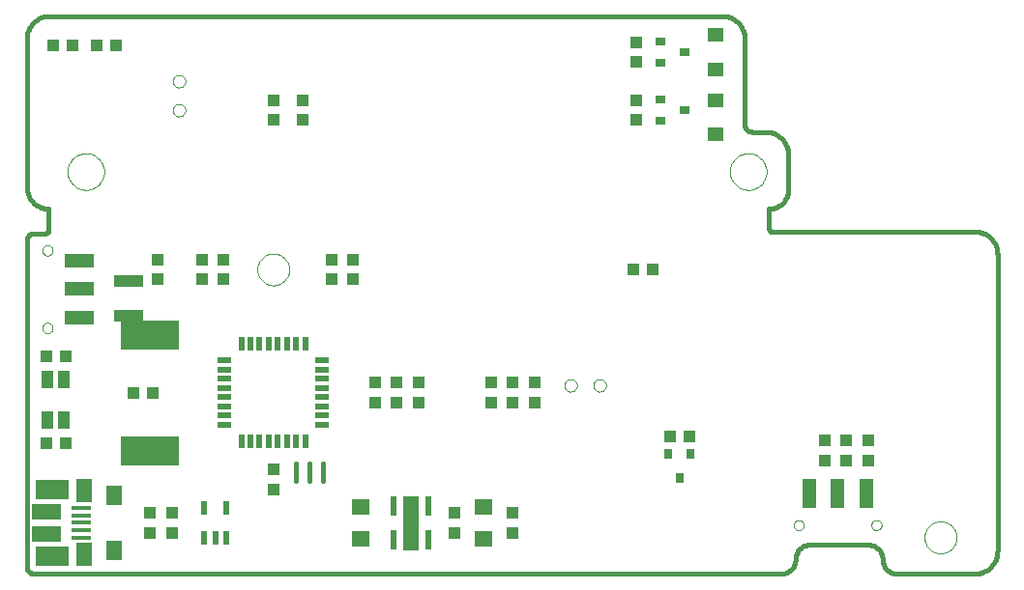
<source format=gtp>
G75*
%MOIN*%
%OFA0B0*%
%FSLAX24Y24*%
%IPPOS*%
%LPD*%
%AMOC8*
5,1,8,0,0,1.08239X$1,22.5*
%
%ADD10C,0.0160*%
%ADD11C,0.0000*%
%ADD12R,0.0217X0.0472*%
%ADD13R,0.0224X0.0650*%
%ADD14R,0.0550X0.1850*%
%ADD15R,0.0394X0.0433*%
%ADD16R,0.0394X0.0591*%
%ADD17R,0.0433X0.0394*%
%ADD18R,0.0984X0.0394*%
%ADD19R,0.0630X0.0551*%
%ADD20R,0.2000X0.1000*%
%ADD21R,0.0579X0.0697*%
%ADD22R,0.0354X0.0315*%
%ADD23R,0.0551X0.0472*%
%ADD24R,0.0315X0.0354*%
%ADD25R,0.0220X0.0500*%
%ADD26R,0.0500X0.0220*%
%ADD27C,0.0177*%
%ADD28R,0.0984X0.0472*%
%ADD29R,0.0472X0.0984*%
%ADD30R,0.0689X0.0157*%
%ADD31R,0.0984X0.0561*%
%ADD32R,0.1142X0.0709*%
%ADD33R,0.0551X0.0787*%
D10*
X007340Y002680D02*
X007340Y013930D01*
X007342Y013960D01*
X007347Y013990D01*
X007356Y014019D01*
X007369Y014046D01*
X007384Y014072D01*
X007403Y014096D01*
X007424Y014117D01*
X007448Y014136D01*
X007474Y014151D01*
X007501Y014164D01*
X007530Y014173D01*
X007560Y014178D01*
X007590Y014180D01*
X007990Y014180D01*
X008007Y014182D01*
X008024Y014186D01*
X008040Y014193D01*
X008054Y014203D01*
X008067Y014216D01*
X008077Y014230D01*
X008084Y014246D01*
X008088Y014263D01*
X008090Y014280D01*
X008090Y015028D01*
X008036Y015030D01*
X007983Y015036D01*
X007931Y015045D01*
X007879Y015058D01*
X007828Y015075D01*
X007778Y015096D01*
X007731Y015120D01*
X007685Y015147D01*
X007641Y015178D01*
X007599Y015211D01*
X007560Y015248D01*
X007523Y015287D01*
X007490Y015329D01*
X007459Y015373D01*
X007432Y015419D01*
X007408Y015466D01*
X007387Y015516D01*
X007370Y015567D01*
X007357Y015619D01*
X007348Y015671D01*
X007342Y015724D01*
X007340Y015778D01*
X007340Y020893D01*
X007342Y020947D01*
X007347Y021000D01*
X007356Y021053D01*
X007369Y021105D01*
X007385Y021157D01*
X007405Y021207D01*
X007428Y021255D01*
X007455Y021302D01*
X007484Y021347D01*
X007517Y021390D01*
X007552Y021430D01*
X007590Y021468D01*
X007630Y021503D01*
X007673Y021536D01*
X007718Y021565D01*
X007765Y021592D01*
X007813Y021615D01*
X007863Y021635D01*
X007915Y021651D01*
X007967Y021664D01*
X008020Y021673D01*
X008073Y021678D01*
X008127Y021680D01*
X031302Y021680D01*
X031356Y021678D01*
X031409Y021673D01*
X031462Y021664D01*
X031514Y021651D01*
X031566Y021635D01*
X031616Y021615D01*
X031664Y021592D01*
X031711Y021565D01*
X031756Y021536D01*
X031799Y021503D01*
X031839Y021468D01*
X031877Y021430D01*
X031912Y021390D01*
X031945Y021347D01*
X031974Y021302D01*
X032001Y021255D01*
X032024Y021207D01*
X032044Y021157D01*
X032060Y021105D01*
X032073Y021053D01*
X032082Y021000D01*
X032087Y020947D01*
X032089Y020893D01*
X032090Y020893D02*
X032090Y017930D01*
X032092Y017900D01*
X032097Y017870D01*
X032106Y017841D01*
X032119Y017814D01*
X032134Y017788D01*
X032153Y017764D01*
X032174Y017743D01*
X032198Y017724D01*
X032224Y017709D01*
X032251Y017696D01*
X032280Y017687D01*
X032310Y017682D01*
X032340Y017680D01*
X032802Y017680D01*
X032856Y017678D01*
X032909Y017673D01*
X032962Y017664D01*
X033014Y017651D01*
X033066Y017635D01*
X033116Y017615D01*
X033164Y017592D01*
X033211Y017565D01*
X033256Y017536D01*
X033299Y017503D01*
X033339Y017468D01*
X033377Y017430D01*
X033412Y017390D01*
X033445Y017347D01*
X033474Y017302D01*
X033501Y017255D01*
X033524Y017207D01*
X033544Y017157D01*
X033560Y017105D01*
X033573Y017053D01*
X033582Y017000D01*
X033587Y016947D01*
X033589Y016893D01*
X033590Y016893D02*
X033590Y015688D01*
X033589Y015688D02*
X033587Y015639D01*
X033582Y015590D01*
X033572Y015541D01*
X033560Y015494D01*
X033543Y015447D01*
X033524Y015402D01*
X033501Y015359D01*
X033474Y015317D01*
X033445Y015277D01*
X033413Y015240D01*
X033378Y015205D01*
X033341Y015173D01*
X033301Y015144D01*
X033260Y015117D01*
X033216Y015094D01*
X033171Y015075D01*
X033124Y015058D01*
X033077Y015046D01*
X033028Y015036D01*
X032979Y015031D01*
X032930Y015029D01*
X032930Y015028D02*
X032930Y014341D01*
X032932Y014324D01*
X032936Y014307D01*
X032943Y014291D01*
X032953Y014277D01*
X032966Y014264D01*
X032980Y014254D01*
X032996Y014247D01*
X033013Y014243D01*
X033030Y014241D01*
X040017Y014241D01*
X040071Y014239D01*
X040124Y014234D01*
X040177Y014225D01*
X040229Y014212D01*
X040281Y014196D01*
X040331Y014176D01*
X040379Y014153D01*
X040426Y014126D01*
X040471Y014097D01*
X040514Y014064D01*
X040554Y014029D01*
X040592Y013991D01*
X040627Y013951D01*
X040660Y013908D01*
X040689Y013863D01*
X040716Y013816D01*
X040739Y013768D01*
X040759Y013718D01*
X040775Y013666D01*
X040788Y013614D01*
X040797Y013561D01*
X040802Y013508D01*
X040804Y013454D01*
X040804Y003217D01*
X040802Y003163D01*
X040797Y003110D01*
X040788Y003057D01*
X040775Y003005D01*
X040759Y002953D01*
X040739Y002903D01*
X040716Y002855D01*
X040689Y002808D01*
X040660Y002763D01*
X040627Y002720D01*
X040592Y002680D01*
X040554Y002642D01*
X040514Y002607D01*
X040471Y002574D01*
X040426Y002545D01*
X040379Y002518D01*
X040331Y002495D01*
X040281Y002475D01*
X040229Y002459D01*
X040177Y002446D01*
X040124Y002437D01*
X040071Y002432D01*
X040017Y002430D01*
X037340Y002430D01*
X037296Y002432D01*
X037253Y002438D01*
X037211Y002447D01*
X037169Y002460D01*
X037129Y002477D01*
X037090Y002497D01*
X037053Y002520D01*
X037019Y002547D01*
X036986Y002576D01*
X036957Y002609D01*
X036930Y002643D01*
X036907Y002680D01*
X036887Y002719D01*
X036870Y002759D01*
X036857Y002801D01*
X036848Y002843D01*
X036842Y002886D01*
X036840Y002930D01*
X036838Y002974D01*
X036832Y003017D01*
X036823Y003059D01*
X036810Y003101D01*
X036793Y003141D01*
X036773Y003180D01*
X036750Y003217D01*
X036723Y003251D01*
X036694Y003284D01*
X036661Y003313D01*
X036627Y003340D01*
X036590Y003363D01*
X036551Y003383D01*
X036511Y003400D01*
X036469Y003413D01*
X036427Y003422D01*
X036384Y003428D01*
X036340Y003430D01*
X034340Y003430D01*
X034296Y003428D01*
X034253Y003422D01*
X034211Y003413D01*
X034169Y003400D01*
X034129Y003383D01*
X034090Y003363D01*
X034053Y003340D01*
X034019Y003313D01*
X033986Y003284D01*
X033957Y003251D01*
X033930Y003217D01*
X033907Y003180D01*
X033887Y003141D01*
X033870Y003101D01*
X033857Y003059D01*
X033848Y003017D01*
X033842Y002974D01*
X033840Y002930D01*
X033838Y002886D01*
X033832Y002843D01*
X033823Y002801D01*
X033810Y002759D01*
X033793Y002719D01*
X033773Y002680D01*
X033750Y002643D01*
X033723Y002609D01*
X033694Y002576D01*
X033661Y002547D01*
X033627Y002520D01*
X033590Y002497D01*
X033551Y002477D01*
X033511Y002460D01*
X033469Y002447D01*
X033427Y002438D01*
X033384Y002432D01*
X033340Y002430D01*
X007590Y002430D01*
X007560Y002432D01*
X007530Y002437D01*
X007501Y002446D01*
X007474Y002459D01*
X007448Y002474D01*
X007424Y002493D01*
X007403Y002514D01*
X007384Y002538D01*
X007369Y002564D01*
X007356Y002591D01*
X007347Y002620D01*
X007342Y002650D01*
X007340Y002680D01*
D11*
X007880Y010910D02*
X007882Y010936D01*
X007888Y010962D01*
X007898Y010987D01*
X007911Y011010D01*
X007927Y011030D01*
X007947Y011048D01*
X007969Y011063D01*
X007992Y011075D01*
X008018Y011083D01*
X008044Y011087D01*
X008070Y011087D01*
X008096Y011083D01*
X008122Y011075D01*
X008146Y011063D01*
X008167Y011048D01*
X008187Y011030D01*
X008203Y011010D01*
X008216Y010987D01*
X008226Y010962D01*
X008232Y010936D01*
X008234Y010910D01*
X008232Y010884D01*
X008226Y010858D01*
X008216Y010833D01*
X008203Y010810D01*
X008187Y010790D01*
X008167Y010772D01*
X008145Y010757D01*
X008122Y010745D01*
X008096Y010737D01*
X008070Y010733D01*
X008044Y010733D01*
X008018Y010737D01*
X007992Y010745D01*
X007968Y010757D01*
X007947Y010772D01*
X007927Y010790D01*
X007911Y010810D01*
X007898Y010833D01*
X007888Y010858D01*
X007882Y010884D01*
X007880Y010910D01*
X007880Y013587D02*
X007882Y013613D01*
X007888Y013639D01*
X007898Y013664D01*
X007911Y013687D01*
X007927Y013707D01*
X007947Y013725D01*
X007969Y013740D01*
X007992Y013752D01*
X008018Y013760D01*
X008044Y013764D01*
X008070Y013764D01*
X008096Y013760D01*
X008122Y013752D01*
X008146Y013740D01*
X008167Y013725D01*
X008187Y013707D01*
X008203Y013687D01*
X008216Y013664D01*
X008226Y013639D01*
X008232Y013613D01*
X008234Y013587D01*
X008232Y013561D01*
X008226Y013535D01*
X008216Y013510D01*
X008203Y013487D01*
X008187Y013467D01*
X008167Y013449D01*
X008145Y013434D01*
X008122Y013422D01*
X008096Y013414D01*
X008070Y013410D01*
X008044Y013410D01*
X008018Y013414D01*
X007992Y013422D01*
X007968Y013434D01*
X007947Y013449D01*
X007927Y013467D01*
X007911Y013487D01*
X007898Y013510D01*
X007888Y013535D01*
X007882Y013561D01*
X007880Y013587D01*
X008747Y016308D02*
X008749Y016358D01*
X008755Y016408D01*
X008765Y016457D01*
X008779Y016505D01*
X008796Y016552D01*
X008817Y016597D01*
X008842Y016641D01*
X008870Y016682D01*
X008902Y016721D01*
X008936Y016758D01*
X008973Y016792D01*
X009013Y016822D01*
X009055Y016849D01*
X009099Y016873D01*
X009145Y016894D01*
X009192Y016910D01*
X009240Y016923D01*
X009290Y016932D01*
X009339Y016937D01*
X009390Y016938D01*
X009440Y016935D01*
X009489Y016928D01*
X009538Y016917D01*
X009586Y016902D01*
X009632Y016884D01*
X009677Y016862D01*
X009720Y016836D01*
X009761Y016807D01*
X009800Y016775D01*
X009836Y016740D01*
X009868Y016702D01*
X009898Y016662D01*
X009925Y016619D01*
X009948Y016575D01*
X009967Y016529D01*
X009983Y016481D01*
X009995Y016432D01*
X010003Y016383D01*
X010007Y016333D01*
X010007Y016283D01*
X010003Y016233D01*
X009995Y016184D01*
X009983Y016135D01*
X009967Y016087D01*
X009948Y016041D01*
X009925Y015997D01*
X009898Y015954D01*
X009868Y015914D01*
X009836Y015876D01*
X009800Y015841D01*
X009761Y015809D01*
X009720Y015780D01*
X009677Y015754D01*
X009632Y015732D01*
X009586Y015714D01*
X009538Y015699D01*
X009489Y015688D01*
X009440Y015681D01*
X009390Y015678D01*
X009339Y015679D01*
X009290Y015684D01*
X009240Y015693D01*
X009192Y015706D01*
X009145Y015722D01*
X009099Y015743D01*
X009055Y015767D01*
X009013Y015794D01*
X008973Y015824D01*
X008936Y015858D01*
X008902Y015895D01*
X008870Y015934D01*
X008842Y015975D01*
X008817Y016019D01*
X008796Y016064D01*
X008779Y016111D01*
X008765Y016159D01*
X008755Y016208D01*
X008749Y016258D01*
X008747Y016308D01*
X012373Y018430D02*
X012375Y018459D01*
X012381Y018487D01*
X012390Y018515D01*
X012403Y018541D01*
X012420Y018564D01*
X012439Y018586D01*
X012461Y018605D01*
X012486Y018620D01*
X012512Y018633D01*
X012540Y018641D01*
X012568Y018646D01*
X012597Y018647D01*
X012626Y018644D01*
X012654Y018637D01*
X012681Y018627D01*
X012707Y018613D01*
X012730Y018596D01*
X012751Y018576D01*
X012769Y018553D01*
X012784Y018528D01*
X012795Y018501D01*
X012803Y018473D01*
X012807Y018444D01*
X012807Y018416D01*
X012803Y018387D01*
X012795Y018359D01*
X012784Y018332D01*
X012769Y018307D01*
X012751Y018284D01*
X012730Y018264D01*
X012707Y018247D01*
X012681Y018233D01*
X012654Y018223D01*
X012626Y018216D01*
X012597Y018213D01*
X012568Y018214D01*
X012540Y018219D01*
X012512Y018227D01*
X012486Y018240D01*
X012461Y018255D01*
X012439Y018274D01*
X012420Y018296D01*
X012403Y018319D01*
X012390Y018345D01*
X012381Y018373D01*
X012375Y018401D01*
X012373Y018430D01*
X012373Y019430D02*
X012375Y019459D01*
X012381Y019487D01*
X012390Y019515D01*
X012403Y019541D01*
X012420Y019564D01*
X012439Y019586D01*
X012461Y019605D01*
X012486Y019620D01*
X012512Y019633D01*
X012540Y019641D01*
X012568Y019646D01*
X012597Y019647D01*
X012626Y019644D01*
X012654Y019637D01*
X012681Y019627D01*
X012707Y019613D01*
X012730Y019596D01*
X012751Y019576D01*
X012769Y019553D01*
X012784Y019528D01*
X012795Y019501D01*
X012803Y019473D01*
X012807Y019444D01*
X012807Y019416D01*
X012803Y019387D01*
X012795Y019359D01*
X012784Y019332D01*
X012769Y019307D01*
X012751Y019284D01*
X012730Y019264D01*
X012707Y019247D01*
X012681Y019233D01*
X012654Y019223D01*
X012626Y019216D01*
X012597Y019213D01*
X012568Y019214D01*
X012540Y019219D01*
X012512Y019227D01*
X012486Y019240D01*
X012461Y019255D01*
X012439Y019274D01*
X012420Y019296D01*
X012403Y019319D01*
X012390Y019345D01*
X012381Y019373D01*
X012375Y019401D01*
X012373Y019430D01*
X015289Y012930D02*
X015291Y012977D01*
X015297Y013023D01*
X015307Y013069D01*
X015320Y013114D01*
X015338Y013157D01*
X015359Y013199D01*
X015383Y013239D01*
X015411Y013276D01*
X015442Y013311D01*
X015476Y013344D01*
X015512Y013373D01*
X015551Y013399D01*
X015592Y013422D01*
X015635Y013441D01*
X015679Y013457D01*
X015724Y013469D01*
X015770Y013477D01*
X015817Y013481D01*
X015863Y013481D01*
X015910Y013477D01*
X015956Y013469D01*
X016001Y013457D01*
X016045Y013441D01*
X016088Y013422D01*
X016129Y013399D01*
X016168Y013373D01*
X016204Y013344D01*
X016238Y013311D01*
X016269Y013276D01*
X016297Y013239D01*
X016321Y013199D01*
X016342Y013157D01*
X016360Y013114D01*
X016373Y013069D01*
X016383Y013023D01*
X016389Y012977D01*
X016391Y012930D01*
X016389Y012883D01*
X016383Y012837D01*
X016373Y012791D01*
X016360Y012746D01*
X016342Y012703D01*
X016321Y012661D01*
X016297Y012621D01*
X016269Y012584D01*
X016238Y012549D01*
X016204Y012516D01*
X016168Y012487D01*
X016129Y012461D01*
X016088Y012438D01*
X016045Y012419D01*
X016001Y012403D01*
X015956Y012391D01*
X015910Y012383D01*
X015863Y012379D01*
X015817Y012379D01*
X015770Y012383D01*
X015724Y012391D01*
X015679Y012403D01*
X015635Y012419D01*
X015592Y012438D01*
X015551Y012461D01*
X015512Y012487D01*
X015476Y012516D01*
X015442Y012549D01*
X015411Y012584D01*
X015383Y012621D01*
X015359Y012661D01*
X015338Y012703D01*
X015320Y012746D01*
X015307Y012791D01*
X015297Y012837D01*
X015291Y012883D01*
X015289Y012930D01*
X025873Y008930D02*
X025875Y008959D01*
X025881Y008987D01*
X025890Y009015D01*
X025903Y009041D01*
X025920Y009064D01*
X025939Y009086D01*
X025961Y009105D01*
X025986Y009120D01*
X026012Y009133D01*
X026040Y009141D01*
X026068Y009146D01*
X026097Y009147D01*
X026126Y009144D01*
X026154Y009137D01*
X026181Y009127D01*
X026207Y009113D01*
X026230Y009096D01*
X026251Y009076D01*
X026269Y009053D01*
X026284Y009028D01*
X026295Y009001D01*
X026303Y008973D01*
X026307Y008944D01*
X026307Y008916D01*
X026303Y008887D01*
X026295Y008859D01*
X026284Y008832D01*
X026269Y008807D01*
X026251Y008784D01*
X026230Y008764D01*
X026207Y008747D01*
X026181Y008733D01*
X026154Y008723D01*
X026126Y008716D01*
X026097Y008713D01*
X026068Y008714D01*
X026040Y008719D01*
X026012Y008727D01*
X025986Y008740D01*
X025961Y008755D01*
X025939Y008774D01*
X025920Y008796D01*
X025903Y008819D01*
X025890Y008845D01*
X025881Y008873D01*
X025875Y008901D01*
X025873Y008930D01*
X026873Y008930D02*
X026875Y008959D01*
X026881Y008987D01*
X026890Y009015D01*
X026903Y009041D01*
X026920Y009064D01*
X026939Y009086D01*
X026961Y009105D01*
X026986Y009120D01*
X027012Y009133D01*
X027040Y009141D01*
X027068Y009146D01*
X027097Y009147D01*
X027126Y009144D01*
X027154Y009137D01*
X027181Y009127D01*
X027207Y009113D01*
X027230Y009096D01*
X027251Y009076D01*
X027269Y009053D01*
X027284Y009028D01*
X027295Y009001D01*
X027303Y008973D01*
X027307Y008944D01*
X027307Y008916D01*
X027303Y008887D01*
X027295Y008859D01*
X027284Y008832D01*
X027269Y008807D01*
X027251Y008784D01*
X027230Y008764D01*
X027207Y008747D01*
X027181Y008733D01*
X027154Y008723D01*
X027126Y008716D01*
X027097Y008713D01*
X027068Y008714D01*
X027040Y008719D01*
X027012Y008727D01*
X026986Y008740D01*
X026961Y008755D01*
X026939Y008774D01*
X026920Y008796D01*
X026903Y008819D01*
X026890Y008845D01*
X026881Y008873D01*
X026875Y008901D01*
X026873Y008930D01*
X033777Y004103D02*
X033779Y004129D01*
X033785Y004155D01*
X033795Y004180D01*
X033808Y004203D01*
X033824Y004223D01*
X033844Y004241D01*
X033866Y004256D01*
X033889Y004268D01*
X033915Y004276D01*
X033941Y004280D01*
X033967Y004280D01*
X033993Y004276D01*
X034019Y004268D01*
X034043Y004256D01*
X034064Y004241D01*
X034084Y004223D01*
X034100Y004203D01*
X034113Y004180D01*
X034123Y004155D01*
X034129Y004129D01*
X034131Y004103D01*
X034129Y004077D01*
X034123Y004051D01*
X034113Y004026D01*
X034100Y004003D01*
X034084Y003983D01*
X034064Y003965D01*
X034042Y003950D01*
X034019Y003938D01*
X033993Y003930D01*
X033967Y003926D01*
X033941Y003926D01*
X033915Y003930D01*
X033889Y003938D01*
X033865Y003950D01*
X033844Y003965D01*
X033824Y003983D01*
X033808Y004003D01*
X033795Y004026D01*
X033785Y004051D01*
X033779Y004077D01*
X033777Y004103D01*
X036454Y004103D02*
X036456Y004129D01*
X036462Y004155D01*
X036472Y004180D01*
X036485Y004203D01*
X036501Y004223D01*
X036521Y004241D01*
X036543Y004256D01*
X036566Y004268D01*
X036592Y004276D01*
X036618Y004280D01*
X036644Y004280D01*
X036670Y004276D01*
X036696Y004268D01*
X036720Y004256D01*
X036741Y004241D01*
X036761Y004223D01*
X036777Y004203D01*
X036790Y004180D01*
X036800Y004155D01*
X036806Y004129D01*
X036808Y004103D01*
X036806Y004077D01*
X036800Y004051D01*
X036790Y004026D01*
X036777Y004003D01*
X036761Y003983D01*
X036741Y003965D01*
X036719Y003950D01*
X036696Y003938D01*
X036670Y003930D01*
X036644Y003926D01*
X036618Y003926D01*
X036592Y003930D01*
X036566Y003938D01*
X036542Y003950D01*
X036521Y003965D01*
X036501Y003983D01*
X036485Y004003D01*
X036472Y004026D01*
X036462Y004051D01*
X036456Y004077D01*
X036454Y004103D01*
X038289Y003680D02*
X038291Y003727D01*
X038297Y003773D01*
X038307Y003819D01*
X038320Y003864D01*
X038338Y003907D01*
X038359Y003949D01*
X038383Y003989D01*
X038411Y004026D01*
X038442Y004061D01*
X038476Y004094D01*
X038512Y004123D01*
X038551Y004149D01*
X038592Y004172D01*
X038635Y004191D01*
X038679Y004207D01*
X038724Y004219D01*
X038770Y004227D01*
X038817Y004231D01*
X038863Y004231D01*
X038910Y004227D01*
X038956Y004219D01*
X039001Y004207D01*
X039045Y004191D01*
X039088Y004172D01*
X039129Y004149D01*
X039168Y004123D01*
X039204Y004094D01*
X039238Y004061D01*
X039269Y004026D01*
X039297Y003989D01*
X039321Y003949D01*
X039342Y003907D01*
X039360Y003864D01*
X039373Y003819D01*
X039383Y003773D01*
X039389Y003727D01*
X039391Y003680D01*
X039389Y003633D01*
X039383Y003587D01*
X039373Y003541D01*
X039360Y003496D01*
X039342Y003453D01*
X039321Y003411D01*
X039297Y003371D01*
X039269Y003334D01*
X039238Y003299D01*
X039204Y003266D01*
X039168Y003237D01*
X039129Y003211D01*
X039088Y003188D01*
X039045Y003169D01*
X039001Y003153D01*
X038956Y003141D01*
X038910Y003133D01*
X038863Y003129D01*
X038817Y003129D01*
X038770Y003133D01*
X038724Y003141D01*
X038679Y003153D01*
X038635Y003169D01*
X038592Y003188D01*
X038551Y003211D01*
X038512Y003237D01*
X038476Y003266D01*
X038442Y003299D01*
X038411Y003334D01*
X038383Y003371D01*
X038359Y003411D01*
X038338Y003453D01*
X038320Y003496D01*
X038307Y003541D01*
X038297Y003587D01*
X038291Y003633D01*
X038289Y003680D01*
X031582Y016308D02*
X031584Y016358D01*
X031590Y016408D01*
X031600Y016457D01*
X031614Y016505D01*
X031631Y016552D01*
X031652Y016597D01*
X031677Y016641D01*
X031705Y016682D01*
X031737Y016721D01*
X031771Y016758D01*
X031808Y016792D01*
X031848Y016822D01*
X031890Y016849D01*
X031934Y016873D01*
X031980Y016894D01*
X032027Y016910D01*
X032075Y016923D01*
X032125Y016932D01*
X032174Y016937D01*
X032225Y016938D01*
X032275Y016935D01*
X032324Y016928D01*
X032373Y016917D01*
X032421Y016902D01*
X032467Y016884D01*
X032512Y016862D01*
X032555Y016836D01*
X032596Y016807D01*
X032635Y016775D01*
X032671Y016740D01*
X032703Y016702D01*
X032733Y016662D01*
X032760Y016619D01*
X032783Y016575D01*
X032802Y016529D01*
X032818Y016481D01*
X032830Y016432D01*
X032838Y016383D01*
X032842Y016333D01*
X032842Y016283D01*
X032838Y016233D01*
X032830Y016184D01*
X032818Y016135D01*
X032802Y016087D01*
X032783Y016041D01*
X032760Y015997D01*
X032733Y015954D01*
X032703Y015914D01*
X032671Y015876D01*
X032635Y015841D01*
X032596Y015809D01*
X032555Y015780D01*
X032512Y015754D01*
X032467Y015732D01*
X032421Y015714D01*
X032373Y015699D01*
X032324Y015688D01*
X032275Y015681D01*
X032225Y015678D01*
X032174Y015679D01*
X032125Y015684D01*
X032075Y015693D01*
X032027Y015706D01*
X031980Y015722D01*
X031934Y015743D01*
X031890Y015767D01*
X031848Y015794D01*
X031808Y015824D01*
X031771Y015858D01*
X031737Y015895D01*
X031705Y015934D01*
X031677Y015975D01*
X031652Y016019D01*
X031631Y016064D01*
X031614Y016111D01*
X031600Y016159D01*
X031590Y016208D01*
X031584Y016258D01*
X031582Y016308D01*
D12*
X014214Y004692D03*
X013466Y004692D03*
X013466Y003668D03*
X013840Y003668D03*
X014214Y003668D03*
D13*
X019999Y003589D03*
X021180Y003589D03*
X021180Y004771D03*
X019999Y004771D03*
D14*
X020590Y004180D03*
D15*
X022090Y003845D03*
X022090Y004515D03*
X023340Y008345D03*
X023340Y009015D03*
X024090Y009015D03*
X024090Y008345D03*
X024840Y008345D03*
X024840Y009015D03*
X020840Y009015D03*
X020840Y008345D03*
X020090Y008345D03*
X019340Y008345D03*
X019340Y009015D03*
X020090Y009015D03*
X018590Y012595D03*
X018590Y013265D03*
X017840Y013265D03*
X017840Y012595D03*
X011840Y012595D03*
X011840Y013265D03*
X008674Y009930D03*
X008005Y009930D03*
X008005Y006930D03*
X008674Y006930D03*
X011590Y004515D03*
X011590Y003845D03*
X015840Y005345D03*
X015840Y006015D03*
X015840Y018095D03*
X015840Y018765D03*
X016840Y018765D03*
X016840Y018095D03*
X028340Y018095D03*
X028340Y018765D03*
X028340Y020095D03*
X028340Y020765D03*
X034840Y007015D03*
X034840Y006345D03*
X035590Y006345D03*
X036340Y006345D03*
X036340Y007015D03*
X035590Y007015D03*
D16*
X008615Y007741D03*
X008064Y007741D03*
X008064Y009119D03*
X008615Y009119D03*
D17*
X011005Y008680D03*
X011674Y008680D03*
X013377Y012595D03*
X013377Y013265D03*
X014127Y013265D03*
X014127Y012595D03*
X012340Y004515D03*
X012340Y003845D03*
X024090Y003845D03*
X024090Y004515D03*
X029505Y007180D03*
X030174Y007180D03*
X028924Y012930D03*
X028255Y012930D03*
X010424Y020680D03*
X009755Y020680D03*
X008924Y020680D03*
X008255Y020680D03*
D18*
X010840Y012521D03*
X010840Y011339D03*
D19*
X018840Y004731D03*
X018840Y003629D03*
X023090Y003629D03*
X023090Y004731D03*
D20*
X011590Y006680D03*
X011590Y010680D03*
D21*
X010340Y005125D03*
X010340Y003235D03*
D22*
X029196Y018056D03*
X029196Y018804D03*
X030023Y018430D03*
X029196Y020056D03*
X029196Y020804D03*
X030023Y020430D03*
D23*
X031090Y019839D03*
X031090Y018771D03*
X031090Y017589D03*
X031090Y021021D03*
D24*
X030214Y006574D03*
X029466Y006574D03*
X029840Y005747D03*
D25*
X016942Y006990D03*
X016627Y006990D03*
X016312Y006990D03*
X015997Y006990D03*
X015682Y006990D03*
X015367Y006990D03*
X015052Y006990D03*
X014737Y006990D03*
X014737Y010370D03*
X015052Y010370D03*
X015367Y010370D03*
X015682Y010370D03*
X015997Y010370D03*
X016312Y010370D03*
X016627Y010370D03*
X016942Y010370D03*
D26*
X017530Y009782D03*
X017530Y009467D03*
X017530Y009152D03*
X017530Y008837D03*
X017530Y008523D03*
X017530Y008208D03*
X017530Y007893D03*
X017530Y007578D03*
X014150Y007578D03*
X014150Y007893D03*
X014150Y008208D03*
X014150Y008523D03*
X014150Y008837D03*
X014150Y009152D03*
X014150Y009467D03*
X014150Y009782D03*
D27*
X016617Y005643D02*
X016617Y005643D01*
X016617Y006217D01*
X016617Y006217D01*
X016617Y005643D01*
X016617Y005819D02*
X016617Y005819D01*
X016617Y005995D02*
X016617Y005995D01*
X016617Y006171D02*
X016617Y006171D01*
X017090Y005643D02*
X017090Y005643D01*
X017090Y006217D01*
X017090Y006217D01*
X017090Y005643D01*
X017090Y005819D02*
X017090Y005819D01*
X017090Y005995D02*
X017090Y005995D01*
X017090Y006171D02*
X017090Y006171D01*
X017562Y005643D02*
X017562Y005643D01*
X017562Y006217D01*
X017562Y006217D01*
X017562Y005643D01*
X017562Y005819D02*
X017562Y005819D01*
X017562Y005995D02*
X017562Y005995D01*
X017562Y006171D02*
X017562Y006171D01*
D28*
X009140Y011264D03*
X009140Y012248D03*
X009140Y013232D03*
D29*
X034308Y005186D03*
X035292Y005186D03*
X036277Y005186D03*
D30*
X009233Y004697D03*
X009233Y004441D03*
X009233Y004185D03*
X009233Y003929D03*
X009233Y003673D03*
D31*
X008023Y003807D03*
X008023Y004563D03*
D32*
X008233Y005327D03*
X008233Y003043D03*
D33*
X009332Y003083D03*
X009332Y005287D03*
M02*

</source>
